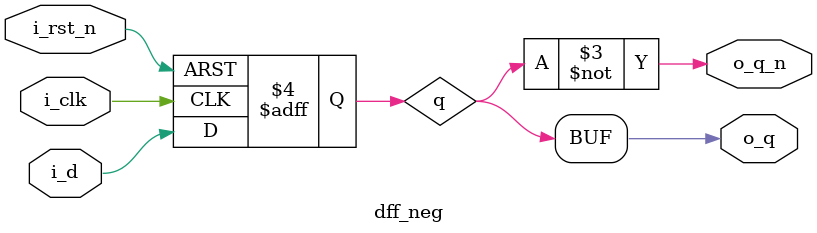
<source format=v>
module dff_neg(
  input  wire i_clk,
  input  wire i_rst_n,
  input  wire i_d,
  output wire o_q,
  output wire o_q_n
);

  reg q;

  always @(negedge i_clk, negedge i_rst_n) begin
    if(!i_rst_n)
      q <= 'b0;
    else
      q <= i_d;
  end

  assign o_q = q;
  assign o_q_n = ~q;

endmodule
</source>
